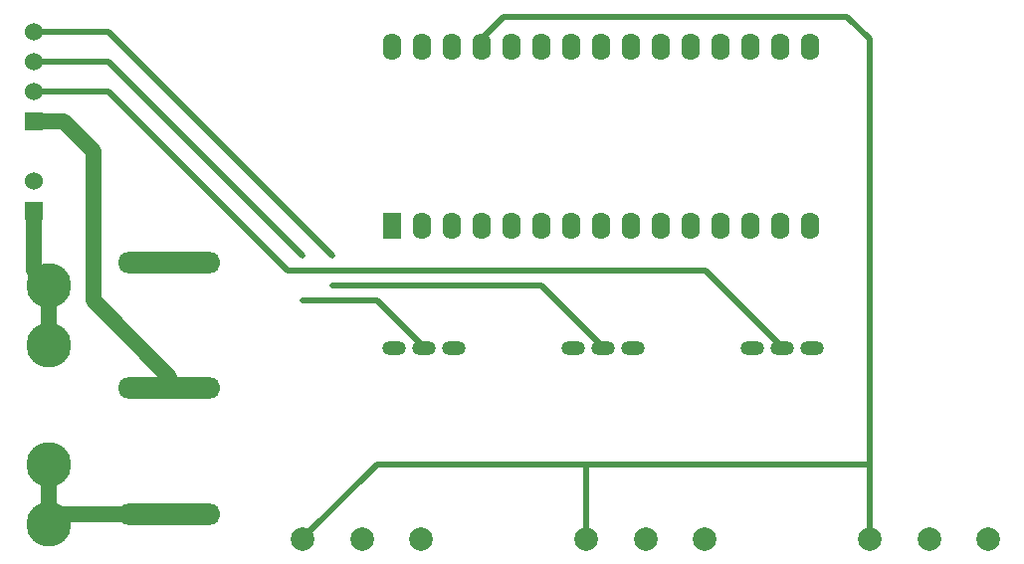
<source format=gbl>
G04 (created by PCBNEW (2013-jul-07)-stable) date Mon 01 Dez 2014 22:00:58 CET*
%MOIN*%
G04 Gerber Fmt 3.4, Leading zero omitted, Abs format*
%FSLAX34Y34*%
G01*
G70*
G90*
G04 APERTURE LIST*
%ADD10C,0.00590551*%
%ADD11C,0.0787402*%
%ADD12R,0.06X0.06*%
%ADD13C,0.06*%
%ADD14O,0.343307X0.0716535*%
%ADD15O,0.062X0.09*%
%ADD16R,0.062X0.09*%
%ADD17C,0.15*%
%ADD18O,0.0787402X0.0472441*%
%ADD19C,0.00116142*%
%ADD20C,0.019685*%
%ADD21C,0.0543307*%
G04 APERTURE END LIST*
G54D10*
G54D11*
X17531Y-26000D03*
X19500Y-26000D03*
X21468Y-26000D03*
X27031Y-26000D03*
X29000Y-26000D03*
X30968Y-26000D03*
X36531Y-26000D03*
X38500Y-26000D03*
X40468Y-26000D03*
G54D12*
X8500Y-12000D03*
G54D13*
X8500Y-11000D03*
X8500Y-10000D03*
X8500Y-9000D03*
G54D12*
X8500Y-15000D03*
G54D13*
X8500Y-14000D03*
G54D14*
X13066Y-25161D03*
X13066Y-20948D03*
X13066Y-16736D03*
G54D15*
X34500Y-9500D03*
X33500Y-9500D03*
X32500Y-9500D03*
X31500Y-9500D03*
X30500Y-9500D03*
X29500Y-9500D03*
X28500Y-9500D03*
X27500Y-9500D03*
X26500Y-9500D03*
X25500Y-9500D03*
X24500Y-9500D03*
X23500Y-9500D03*
X22500Y-9500D03*
X21500Y-9500D03*
X20500Y-9500D03*
G54D16*
X20500Y-15500D03*
G54D15*
X21500Y-15500D03*
X22500Y-15500D03*
X23500Y-15500D03*
X24500Y-15500D03*
X25500Y-15500D03*
X26500Y-15500D03*
X27500Y-15500D03*
X28500Y-15500D03*
X29500Y-15500D03*
X30500Y-15500D03*
X31500Y-15500D03*
X32500Y-15500D03*
X33500Y-15500D03*
X34500Y-15500D03*
G54D17*
X9000Y-17500D03*
X9000Y-19500D03*
X9000Y-23500D03*
X9000Y-25500D03*
G54D18*
X20574Y-19594D03*
X21574Y-19594D03*
X22574Y-19594D03*
X26574Y-19594D03*
X27574Y-19594D03*
X28574Y-19594D03*
X32574Y-19594D03*
X33574Y-19594D03*
X34574Y-19594D03*
G54D19*
X17500Y-18000D03*
X17500Y-16500D03*
X18500Y-17500D03*
X18500Y-16500D03*
X10500Y-9750D03*
X10500Y-13000D03*
G54D20*
X27031Y-23500D02*
X20000Y-23500D01*
X17531Y-25968D02*
X20000Y-23500D01*
X17531Y-25968D02*
X17531Y-26000D01*
X27031Y-26000D02*
X27031Y-23500D01*
X27031Y-23500D02*
X27000Y-23500D01*
X34000Y-23500D02*
X36531Y-23500D01*
X36531Y-23500D02*
X36500Y-23500D01*
X36500Y-23500D02*
X36531Y-23500D01*
X23500Y-9500D02*
X23500Y-9250D01*
X23500Y-9250D02*
X24250Y-8500D01*
X24250Y-8500D02*
X35750Y-8500D01*
X35750Y-8500D02*
X36500Y-9250D01*
X36500Y-9250D02*
X36531Y-23500D01*
X36531Y-23500D02*
X36531Y-26000D01*
X27000Y-23500D02*
X34000Y-23500D01*
X34000Y-23500D02*
X34031Y-23500D01*
X8500Y-11000D02*
X11000Y-11000D01*
X11000Y-11000D02*
X17000Y-17000D01*
X17000Y-17000D02*
X31000Y-17000D01*
X31000Y-17000D02*
X33574Y-19574D01*
X33574Y-19574D02*
X33574Y-19594D01*
X8500Y-10000D02*
X11000Y-10000D01*
X21574Y-19574D02*
X21574Y-19594D01*
X20000Y-18000D02*
X21574Y-19574D01*
X17500Y-18000D02*
X20000Y-18000D01*
X11000Y-10000D02*
X17500Y-16500D01*
X27574Y-19574D02*
X27574Y-19594D01*
X25500Y-17500D02*
X27574Y-19574D01*
X18500Y-17500D02*
X25500Y-17500D01*
X11000Y-9000D02*
X18500Y-16500D01*
X8500Y-9000D02*
X11000Y-9000D01*
G54D21*
X9000Y-25500D02*
X9338Y-25161D01*
X9338Y-25161D02*
X13066Y-25161D01*
X9000Y-23500D02*
X9000Y-25500D01*
X8500Y-12000D02*
X9500Y-12000D01*
X9500Y-12000D02*
X10500Y-13000D01*
X10500Y-13000D02*
X10500Y-14000D01*
X13066Y-20948D02*
X13066Y-20566D01*
X10500Y-18000D02*
X10500Y-14000D01*
X13066Y-20566D02*
X10500Y-18000D01*
X8500Y-15000D02*
X8500Y-17000D01*
X8500Y-17000D02*
X9000Y-17500D01*
X9000Y-17500D02*
X9000Y-19500D01*
M02*

</source>
